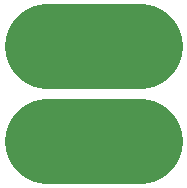
<source format=gbs>
%TF.GenerationSoftware,KiCad,Pcbnew,4.0.7-e2-6376~58~ubuntu16.04.1*%
%TF.CreationDate,2018-05-09T10:33:28-07:00*%
%TF.ProjectId,2x2-LED-WHITE-SMT-LIMITED,3278322D4C45442D57484954452D534D,1.0*%
%TF.FileFunction,Soldermask,Bot*%
%FSLAX46Y46*%
G04 Gerber Fmt 4.6, Leading zero omitted, Abs format (unit mm)*
G04 Created by KiCad (PCBNEW 4.0.7-e2-6376~58~ubuntu16.04.1) date Wed May  9 10:33:28 2018*
%MOMM*%
%LPD*%
G01*
G04 APERTURE LIST*
%ADD10C,0.350000*%
%ADD11C,7.200000*%
G04 APERTURE END LIST*
D10*
D11*
X21718000Y-46100000D02*
X29618000Y-46100000D01*
X21718000Y-38100000D02*
X29618000Y-38100000D01*
D10*
G36*
X22041110Y-43025847D02*
X22632055Y-43147151D01*
X23188198Y-43380932D01*
X23688334Y-43718278D01*
X24113421Y-44146343D01*
X24447266Y-44648821D01*
X24677156Y-45206576D01*
X24794264Y-45798014D01*
X24794264Y-45798024D01*
X24794331Y-45798363D01*
X24784710Y-46487416D01*
X24784633Y-46487754D01*
X24784633Y-46487762D01*
X24651057Y-47075701D01*
X24405685Y-47626816D01*
X24057937Y-48119778D01*
X23621062Y-48535809D01*
X23111700Y-48859061D01*
X22549254Y-49077219D01*
X21955147Y-49181976D01*
X21352003Y-49169342D01*
X20762800Y-49039797D01*
X20209982Y-48798277D01*
X19714607Y-48453982D01*
X19295537Y-48020023D01*
X18968738Y-47512930D01*
X18746656Y-46952014D01*
X18637755Y-46358658D01*
X18646177Y-45755441D01*
X18771606Y-45165347D01*
X19009259Y-44610858D01*
X19350091Y-44113088D01*
X19781112Y-43691000D01*
X20285913Y-43360668D01*
X20845259Y-43134677D01*
X21437845Y-43021636D01*
X22041110Y-43025847D01*
X22041110Y-43025847D01*
G37*
G36*
X30041110Y-43025847D02*
X30632055Y-43147151D01*
X31188198Y-43380932D01*
X31688334Y-43718278D01*
X32113421Y-44146343D01*
X32447266Y-44648821D01*
X32677156Y-45206576D01*
X32794264Y-45798014D01*
X32794264Y-45798024D01*
X32794331Y-45798363D01*
X32784710Y-46487416D01*
X32784633Y-46487754D01*
X32784633Y-46487762D01*
X32651057Y-47075701D01*
X32405685Y-47626816D01*
X32057937Y-48119778D01*
X31621062Y-48535809D01*
X31111700Y-48859061D01*
X30549254Y-49077219D01*
X29955147Y-49181976D01*
X29352003Y-49169342D01*
X28762800Y-49039797D01*
X28209982Y-48798277D01*
X27714607Y-48453982D01*
X27295537Y-48020023D01*
X26968738Y-47512930D01*
X26746656Y-46952014D01*
X26637755Y-46358658D01*
X26646177Y-45755441D01*
X26771606Y-45165347D01*
X27009259Y-44610858D01*
X27350091Y-44113088D01*
X27781112Y-43691000D01*
X28285913Y-43360668D01*
X28845259Y-43134677D01*
X29437845Y-43021636D01*
X30041110Y-43025847D01*
X30041110Y-43025847D01*
G37*
G36*
X22041110Y-35025847D02*
X22632055Y-35147151D01*
X23188198Y-35380932D01*
X23688334Y-35718278D01*
X24113421Y-36146343D01*
X24447266Y-36648821D01*
X24677156Y-37206576D01*
X24794264Y-37798014D01*
X24794264Y-37798024D01*
X24794331Y-37798363D01*
X24784710Y-38487416D01*
X24784633Y-38487754D01*
X24784633Y-38487762D01*
X24651057Y-39075701D01*
X24405685Y-39626816D01*
X24057937Y-40119778D01*
X23621062Y-40535809D01*
X23111700Y-40859061D01*
X22549254Y-41077219D01*
X21955147Y-41181976D01*
X21352003Y-41169342D01*
X20762800Y-41039797D01*
X20209982Y-40798277D01*
X19714607Y-40453982D01*
X19295537Y-40020023D01*
X18968738Y-39512930D01*
X18746656Y-38952014D01*
X18637755Y-38358658D01*
X18646177Y-37755441D01*
X18771606Y-37165347D01*
X19009259Y-36610858D01*
X19350091Y-36113088D01*
X19781112Y-35691000D01*
X20285913Y-35360668D01*
X20845259Y-35134677D01*
X21437845Y-35021636D01*
X22041110Y-35025847D01*
X22041110Y-35025847D01*
G37*
G36*
X30041110Y-35025847D02*
X30632055Y-35147151D01*
X31188198Y-35380932D01*
X31688334Y-35718278D01*
X32113421Y-36146343D01*
X32447266Y-36648821D01*
X32677156Y-37206576D01*
X32794264Y-37798014D01*
X32794264Y-37798024D01*
X32794331Y-37798363D01*
X32784710Y-38487416D01*
X32784633Y-38487754D01*
X32784633Y-38487762D01*
X32651057Y-39075701D01*
X32405685Y-39626816D01*
X32057937Y-40119778D01*
X31621062Y-40535809D01*
X31111700Y-40859061D01*
X30549254Y-41077219D01*
X29955147Y-41181976D01*
X29352003Y-41169342D01*
X28762800Y-41039797D01*
X28209982Y-40798277D01*
X27714607Y-40453982D01*
X27295537Y-40020023D01*
X26968738Y-39512930D01*
X26746656Y-38952014D01*
X26637755Y-38358658D01*
X26646177Y-37755441D01*
X26771606Y-37165347D01*
X27009259Y-36610858D01*
X27350091Y-36113088D01*
X27781112Y-35691000D01*
X28285913Y-35360668D01*
X28845259Y-35134677D01*
X29437845Y-35021636D01*
X30041110Y-35025847D01*
X30041110Y-35025847D01*
G37*
M02*

</source>
